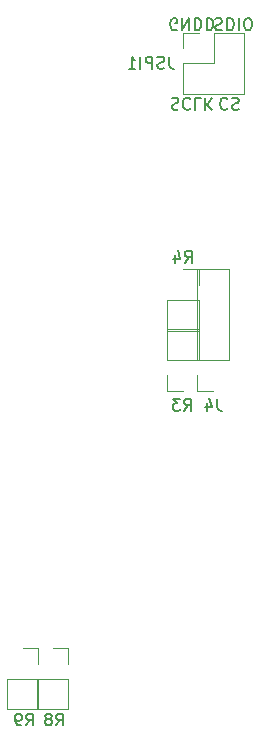
<source format=gbo>
G04 #@! TF.GenerationSoftware,KiCad,Pcbnew,(5.1.6-0-10_14)*
G04 #@! TF.CreationDate,2021-06-29T11:57:39+09:00*
G04 #@! TF.ProjectId,qPCR-photosensing,71504352-2d70-4686-9f74-6f73656e7369,rev?*
G04 #@! TF.SameCoordinates,Original*
G04 #@! TF.FileFunction,Legend,Bot*
G04 #@! TF.FilePolarity,Positive*
%FSLAX46Y46*%
G04 Gerber Fmt 4.6, Leading zero omitted, Abs format (unit mm)*
G04 Created by KiCad (PCBNEW (5.1.6-0-10_14)) date 2021-06-29 11:57:39*
%MOMM*%
%LPD*%
G01*
G04 APERTURE LIST*
%ADD10C,0.150000*%
%ADD11C,0.120000*%
G04 APERTURE END LIST*
D10*
X114003333Y-59192857D02*
X113955714Y-59145238D01*
X113812857Y-59097619D01*
X113717619Y-59097619D01*
X113574761Y-59145238D01*
X113479523Y-59240476D01*
X113431904Y-59335714D01*
X113384285Y-59526190D01*
X113384285Y-59669047D01*
X113431904Y-59859523D01*
X113479523Y-59954761D01*
X113574761Y-60050000D01*
X113717619Y-60097619D01*
X113812857Y-60097619D01*
X113955714Y-60050000D01*
X114003333Y-60002380D01*
X114384285Y-59145238D02*
X114527142Y-59097619D01*
X114765238Y-59097619D01*
X114860476Y-59145238D01*
X114908095Y-59192857D01*
X114955714Y-59288095D01*
X114955714Y-59383333D01*
X114908095Y-59478571D01*
X114860476Y-59526190D01*
X114765238Y-59573809D01*
X114574761Y-59621428D01*
X114479523Y-59669047D01*
X114431904Y-59716666D01*
X114384285Y-59811904D01*
X114384285Y-59907142D01*
X114431904Y-60002380D01*
X114479523Y-60050000D01*
X114574761Y-60097619D01*
X114812857Y-60097619D01*
X114955714Y-60050000D01*
X112972380Y-52415238D02*
X113115238Y-52367619D01*
X113353333Y-52367619D01*
X113448571Y-52415238D01*
X113496190Y-52462857D01*
X113543809Y-52558095D01*
X113543809Y-52653333D01*
X113496190Y-52748571D01*
X113448571Y-52796190D01*
X113353333Y-52843809D01*
X113162857Y-52891428D01*
X113067619Y-52939047D01*
X113020000Y-52986666D01*
X112972380Y-53081904D01*
X112972380Y-53177142D01*
X113020000Y-53272380D01*
X113067619Y-53320000D01*
X113162857Y-53367619D01*
X113400952Y-53367619D01*
X113543809Y-53320000D01*
X113972380Y-52367619D02*
X113972380Y-53367619D01*
X114210476Y-53367619D01*
X114353333Y-53320000D01*
X114448571Y-53224761D01*
X114496190Y-53129523D01*
X114543809Y-52939047D01*
X114543809Y-52796190D01*
X114496190Y-52605714D01*
X114448571Y-52510476D01*
X114353333Y-52415238D01*
X114210476Y-52367619D01*
X113972380Y-52367619D01*
X114972380Y-52367619D02*
X114972380Y-53367619D01*
X115639047Y-53367619D02*
X115829523Y-53367619D01*
X115924761Y-53320000D01*
X116020000Y-53224761D01*
X116067619Y-53034285D01*
X116067619Y-52700952D01*
X116020000Y-52510476D01*
X115924761Y-52415238D01*
X115829523Y-52367619D01*
X115639047Y-52367619D01*
X115543809Y-52415238D01*
X115448571Y-52510476D01*
X115400952Y-52700952D01*
X115400952Y-53034285D01*
X115448571Y-53224761D01*
X115543809Y-53320000D01*
X115639047Y-53367619D01*
X109279523Y-59145238D02*
X109422380Y-59097619D01*
X109660476Y-59097619D01*
X109755714Y-59145238D01*
X109803333Y-59192857D01*
X109850952Y-59288095D01*
X109850952Y-59383333D01*
X109803333Y-59478571D01*
X109755714Y-59526190D01*
X109660476Y-59573809D01*
X109470000Y-59621428D01*
X109374761Y-59669047D01*
X109327142Y-59716666D01*
X109279523Y-59811904D01*
X109279523Y-59907142D01*
X109327142Y-60002380D01*
X109374761Y-60050000D01*
X109470000Y-60097619D01*
X109708095Y-60097619D01*
X109850952Y-60050000D01*
X110850952Y-59192857D02*
X110803333Y-59145238D01*
X110660476Y-59097619D01*
X110565238Y-59097619D01*
X110422380Y-59145238D01*
X110327142Y-59240476D01*
X110279523Y-59335714D01*
X110231904Y-59526190D01*
X110231904Y-59669047D01*
X110279523Y-59859523D01*
X110327142Y-59954761D01*
X110422380Y-60050000D01*
X110565238Y-60097619D01*
X110660476Y-60097619D01*
X110803333Y-60050000D01*
X110850952Y-60002380D01*
X111755714Y-59097619D02*
X111279523Y-59097619D01*
X111279523Y-60097619D01*
X112089047Y-59097619D02*
X112089047Y-60097619D01*
X112660476Y-59097619D02*
X112231904Y-59669047D01*
X112660476Y-60097619D02*
X112089047Y-59526190D01*
X109708095Y-53320000D02*
X109612857Y-53367619D01*
X109470000Y-53367619D01*
X109327142Y-53320000D01*
X109231904Y-53224761D01*
X109184285Y-53129523D01*
X109136666Y-52939047D01*
X109136666Y-52796190D01*
X109184285Y-52605714D01*
X109231904Y-52510476D01*
X109327142Y-52415238D01*
X109470000Y-52367619D01*
X109565238Y-52367619D01*
X109708095Y-52415238D01*
X109755714Y-52462857D01*
X109755714Y-52796190D01*
X109565238Y-52796190D01*
X110184285Y-52367619D02*
X110184285Y-53367619D01*
X110755714Y-52367619D01*
X110755714Y-53367619D01*
X111231904Y-52367619D02*
X111231904Y-53367619D01*
X111470000Y-53367619D01*
X111612857Y-53320000D01*
X111708095Y-53224761D01*
X111755714Y-53129523D01*
X111803333Y-52939047D01*
X111803333Y-52796190D01*
X111755714Y-52605714D01*
X111708095Y-52510476D01*
X111612857Y-52415238D01*
X111470000Y-52367619D01*
X111231904Y-52367619D01*
X112231904Y-52367619D02*
X112231904Y-53367619D01*
X112470000Y-53367619D01*
X112612857Y-53320000D01*
X112708095Y-53224761D01*
X112755714Y-53129523D01*
X112803333Y-52939047D01*
X112803333Y-52796190D01*
X112755714Y-52605714D01*
X112708095Y-52510476D01*
X112612857Y-52415238D01*
X112470000Y-52367619D01*
X112231904Y-52367619D01*
D11*
X111446000Y-73600000D02*
X114106000Y-73600000D01*
X111446000Y-81280000D02*
X111446000Y-73600000D01*
X114106000Y-81280000D02*
X114106000Y-73600000D01*
X111446000Y-81280000D02*
X114106000Y-81280000D01*
X111446000Y-82550000D02*
X111446000Y-83880000D01*
X111446000Y-83880000D02*
X112776000Y-83880000D01*
X108906000Y-83880000D02*
X110236000Y-83880000D01*
X108906000Y-82550000D02*
X108906000Y-83880000D01*
X108906000Y-81280000D02*
X111566000Y-81280000D01*
X111566000Y-81280000D02*
X111566000Y-78680000D01*
X108906000Y-81280000D02*
X108906000Y-78680000D01*
X108906000Y-78680000D02*
X111566000Y-78680000D01*
X111566000Y-78800000D02*
X108906000Y-78800000D01*
X111566000Y-76200000D02*
X111566000Y-78800000D01*
X108906000Y-76200000D02*
X108906000Y-78800000D01*
X111566000Y-76200000D02*
X108906000Y-76200000D01*
X111566000Y-74930000D02*
X111566000Y-73600000D01*
X111566000Y-73600000D02*
X110236000Y-73600000D01*
X100530000Y-110870000D02*
X97870000Y-110870000D01*
X100530000Y-108270000D02*
X100530000Y-110870000D01*
X97870000Y-108270000D02*
X97870000Y-110870000D01*
X100530000Y-108270000D02*
X97870000Y-108270000D01*
X100530000Y-107000000D02*
X100530000Y-105670000D01*
X100530000Y-105670000D02*
X99200000Y-105670000D01*
X97990000Y-105670000D02*
X96660000Y-105670000D01*
X97990000Y-107000000D02*
X97990000Y-105670000D01*
X97990000Y-108270000D02*
X95330000Y-108270000D01*
X95330000Y-108270000D02*
X95330000Y-110870000D01*
X97990000Y-108270000D02*
X97990000Y-110870000D01*
X97990000Y-110870000D02*
X95330000Y-110870000D01*
X115440000Y-53590000D02*
X115440000Y-58790000D01*
X112840000Y-53590000D02*
X115440000Y-53590000D01*
X110240000Y-58790000D02*
X115440000Y-58790000D01*
X112840000Y-53590000D02*
X112840000Y-56190000D01*
X112840000Y-56190000D02*
X110240000Y-56190000D01*
X110240000Y-56190000D02*
X110240000Y-58790000D01*
X111570000Y-53590000D02*
X110240000Y-53590000D01*
X110240000Y-53590000D02*
X110240000Y-54920000D01*
D10*
X113139333Y-84592380D02*
X113139333Y-85306666D01*
X113186952Y-85449523D01*
X113282190Y-85544761D01*
X113425047Y-85592380D01*
X113520285Y-85592380D01*
X112234571Y-84925714D02*
X112234571Y-85592380D01*
X112472666Y-84544761D02*
X112710761Y-85259047D01*
X112091714Y-85259047D01*
X110332666Y-85582380D02*
X110666000Y-85106190D01*
X110904095Y-85582380D02*
X110904095Y-84582380D01*
X110523142Y-84582380D01*
X110427904Y-84630000D01*
X110380285Y-84677619D01*
X110332666Y-84772857D01*
X110332666Y-84915714D01*
X110380285Y-85010952D01*
X110427904Y-85058571D01*
X110523142Y-85106190D01*
X110904095Y-85106190D01*
X109999333Y-84582380D02*
X109380285Y-84582380D01*
X109713619Y-84963333D01*
X109570761Y-84963333D01*
X109475523Y-85010952D01*
X109427904Y-85058571D01*
X109380285Y-85153809D01*
X109380285Y-85391904D01*
X109427904Y-85487142D01*
X109475523Y-85534761D01*
X109570761Y-85582380D01*
X109856476Y-85582380D01*
X109951714Y-85534761D01*
X109999333Y-85487142D01*
X110402666Y-73052380D02*
X110736000Y-72576190D01*
X110974095Y-73052380D02*
X110974095Y-72052380D01*
X110593142Y-72052380D01*
X110497904Y-72100000D01*
X110450285Y-72147619D01*
X110402666Y-72242857D01*
X110402666Y-72385714D01*
X110450285Y-72480952D01*
X110497904Y-72528571D01*
X110593142Y-72576190D01*
X110974095Y-72576190D01*
X109545523Y-72385714D02*
X109545523Y-73052380D01*
X109783619Y-72004761D02*
X110021714Y-72719047D01*
X109402666Y-72719047D01*
X99506666Y-112232380D02*
X99840000Y-111756190D01*
X100078095Y-112232380D02*
X100078095Y-111232380D01*
X99697142Y-111232380D01*
X99601904Y-111280000D01*
X99554285Y-111327619D01*
X99506666Y-111422857D01*
X99506666Y-111565714D01*
X99554285Y-111660952D01*
X99601904Y-111708571D01*
X99697142Y-111756190D01*
X100078095Y-111756190D01*
X98935238Y-111660952D02*
X99030476Y-111613333D01*
X99078095Y-111565714D01*
X99125714Y-111470476D01*
X99125714Y-111422857D01*
X99078095Y-111327619D01*
X99030476Y-111280000D01*
X98935238Y-111232380D01*
X98744761Y-111232380D01*
X98649523Y-111280000D01*
X98601904Y-111327619D01*
X98554285Y-111422857D01*
X98554285Y-111470476D01*
X98601904Y-111565714D01*
X98649523Y-111613333D01*
X98744761Y-111660952D01*
X98935238Y-111660952D01*
X99030476Y-111708571D01*
X99078095Y-111756190D01*
X99125714Y-111851428D01*
X99125714Y-112041904D01*
X99078095Y-112137142D01*
X99030476Y-112184761D01*
X98935238Y-112232380D01*
X98744761Y-112232380D01*
X98649523Y-112184761D01*
X98601904Y-112137142D01*
X98554285Y-112041904D01*
X98554285Y-111851428D01*
X98601904Y-111756190D01*
X98649523Y-111708571D01*
X98744761Y-111660952D01*
X96966666Y-112232380D02*
X97300000Y-111756190D01*
X97538095Y-112232380D02*
X97538095Y-111232380D01*
X97157142Y-111232380D01*
X97061904Y-111280000D01*
X97014285Y-111327619D01*
X96966666Y-111422857D01*
X96966666Y-111565714D01*
X97014285Y-111660952D01*
X97061904Y-111708571D01*
X97157142Y-111756190D01*
X97538095Y-111756190D01*
X96490476Y-112232380D02*
X96300000Y-112232380D01*
X96204761Y-112184761D01*
X96157142Y-112137142D01*
X96061904Y-111994285D01*
X96014285Y-111803809D01*
X96014285Y-111422857D01*
X96061904Y-111327619D01*
X96109523Y-111280000D01*
X96204761Y-111232380D01*
X96395238Y-111232380D01*
X96490476Y-111280000D01*
X96538095Y-111327619D01*
X96585714Y-111422857D01*
X96585714Y-111660952D01*
X96538095Y-111756190D01*
X96490476Y-111803809D01*
X96395238Y-111851428D01*
X96204761Y-111851428D01*
X96109523Y-111803809D01*
X96061904Y-111756190D01*
X96014285Y-111660952D01*
X109067619Y-55622380D02*
X109067619Y-56336666D01*
X109115238Y-56479523D01*
X109210476Y-56574761D01*
X109353333Y-56622380D01*
X109448571Y-56622380D01*
X108639047Y-56574761D02*
X108496190Y-56622380D01*
X108258095Y-56622380D01*
X108162857Y-56574761D01*
X108115238Y-56527142D01*
X108067619Y-56431904D01*
X108067619Y-56336666D01*
X108115238Y-56241428D01*
X108162857Y-56193809D01*
X108258095Y-56146190D01*
X108448571Y-56098571D01*
X108543809Y-56050952D01*
X108591428Y-56003333D01*
X108639047Y-55908095D01*
X108639047Y-55812857D01*
X108591428Y-55717619D01*
X108543809Y-55670000D01*
X108448571Y-55622380D01*
X108210476Y-55622380D01*
X108067619Y-55670000D01*
X107639047Y-56622380D02*
X107639047Y-55622380D01*
X107258095Y-55622380D01*
X107162857Y-55670000D01*
X107115238Y-55717619D01*
X107067619Y-55812857D01*
X107067619Y-55955714D01*
X107115238Y-56050952D01*
X107162857Y-56098571D01*
X107258095Y-56146190D01*
X107639047Y-56146190D01*
X106639047Y-56622380D02*
X106639047Y-55622380D01*
X105639047Y-56622380D02*
X106210476Y-56622380D01*
X105924761Y-56622380D02*
X105924761Y-55622380D01*
X106020000Y-55765238D01*
X106115238Y-55860476D01*
X106210476Y-55908095D01*
M02*

</source>
